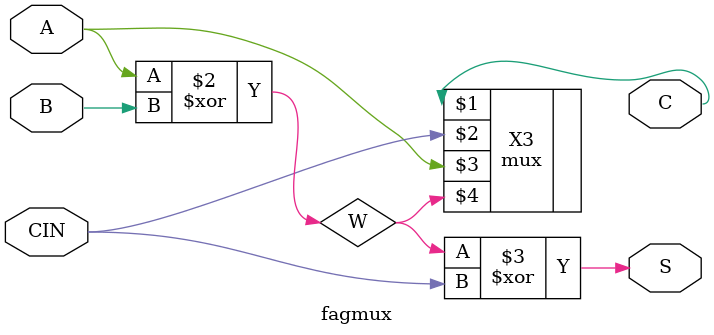
<source format=v>
`timescale 1 ns/1 ns
module fagmux(S,C,A,B,CIN);
input A,B,CIN;
output S,C;
wire W;
xor X1(W,A,B);
xor X2(S,W,CIN);
mux X3(C,CIN,A,W);
endmodule

module fagmux_tb;
reg A,B,CIN;
wire S,C;
fagmux A1(S,C,A,B,CIN);
initial 
repeat(100)
begin
A=$random;
B=$random;
CIN=$random;
#100;
end
endmodule


</source>
